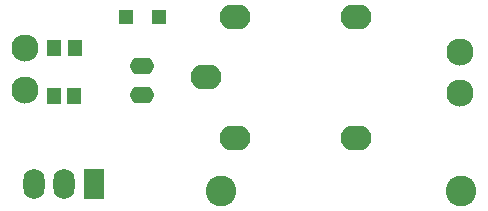
<source format=gbs>
G04*
G04 #@! TF.GenerationSoftware,Altium Limited,Altium Designer,24.1.2 (44)*
G04*
G04 Layer_Color=16711935*
%FSLAX25Y25*%
%MOIN*%
G70*
G04*
G04 #@! TF.SameCoordinates,1D4F381B-0C85-4C13-B92F-FFDB2225B82E*
G04*
G04*
G04 #@! TF.FilePolarity,Negative*
G04*
G01*
G75*
%ADD13O,0.07087X0.10236*%
%ADD14R,0.07087X0.10236*%
%ADD15O,0.10236X0.08268*%
%ADD16O,0.08071X0.05512*%
%ADD17C,0.09055*%
%ADD18C,0.10236*%
%ADD30R,0.04921X0.05709*%
%ADD31R,0.05118X0.05118*%
%ADD32R,0.05118X0.05118*%
D13*
X13189Y16634D02*
D03*
X23189D02*
D03*
D14*
X33189D02*
D03*
D15*
X70370Y51996D02*
D03*
X80213Y31917D02*
D03*
X120370D02*
D03*
X80213Y72075D02*
D03*
X120370D02*
D03*
D16*
X49213Y55905D02*
D03*
Y46063D02*
D03*
D17*
X10146Y61723D02*
D03*
Y47923D02*
D03*
X154913Y46742D02*
D03*
Y60542D02*
D03*
D18*
X75354Y14272D02*
D03*
X155354D02*
D03*
D30*
X26476Y45669D02*
D03*
X19587D02*
D03*
X19744Y61723D02*
D03*
X26634D02*
D03*
D31*
X54843Y72075D02*
D03*
D32*
X43583D02*
D03*
M02*

</source>
